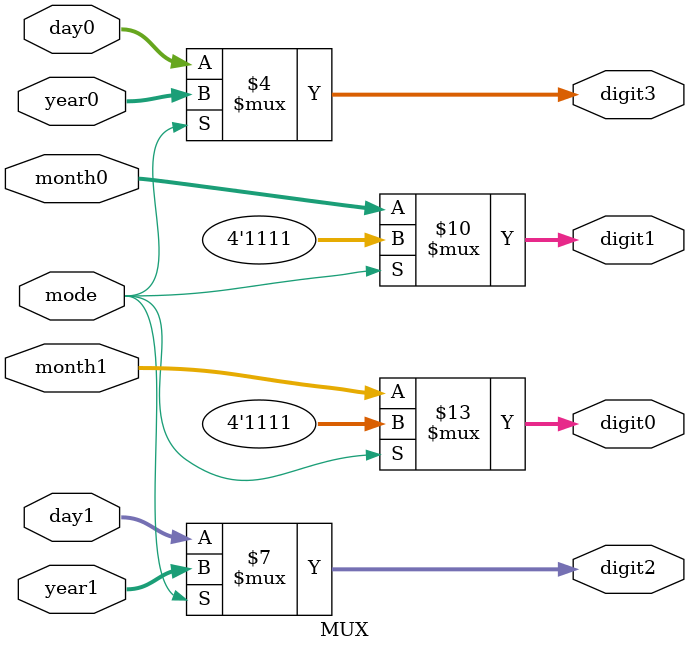
<source format=v>
`timescale 1ns / 1ps


module MUX(
    mode,
    digit0,
    digit1,
    digit2,
    digit3,
    day0,
    day1,
    month0,
    month1,
    year0,
    year1
);
output [3:0] digit0, digit1, digit2, digit3;
input mode;
input [3:0] day0, day1;
input [3:0] month0, month1;
input [3:0] year0, year1;
reg [3:0] digit0, digit1, digit2, digit3;

always @*
    if (~mode)  //month and day 
    begin
        digit0 = month1;
        digit1 = month0;
        digit2 = day1;
        digit3 = day0;
    end
    else        //year
    begin
        digit0 = 4'b1111;
        digit1 = 4'b1111;
        digit2 = year1;
        digit3 = year0;
    end

endmodule

</source>
